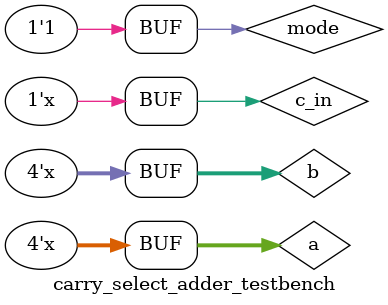
<source format=v>
`timescale 1ns / 1ps


module carry_select_adder_testbench(

    );
    reg [3:0] a;
    reg signed [3:0] b;
    reg c_in;
    reg mode;
    wire [3:0] sum;
    wire c_out;
    
    carry_select_adder csa(c_in, a, b, mode, sum, c_out);
    
    initial begin
    a = 4'b0000;
    b = 4'b0000;
    c_in = 1;
    mode = 1;
    end
    
    always begin
    #2 {c_in, a, b} = {c_in, a, b} + 1;
    end
    
endmodule

</source>
